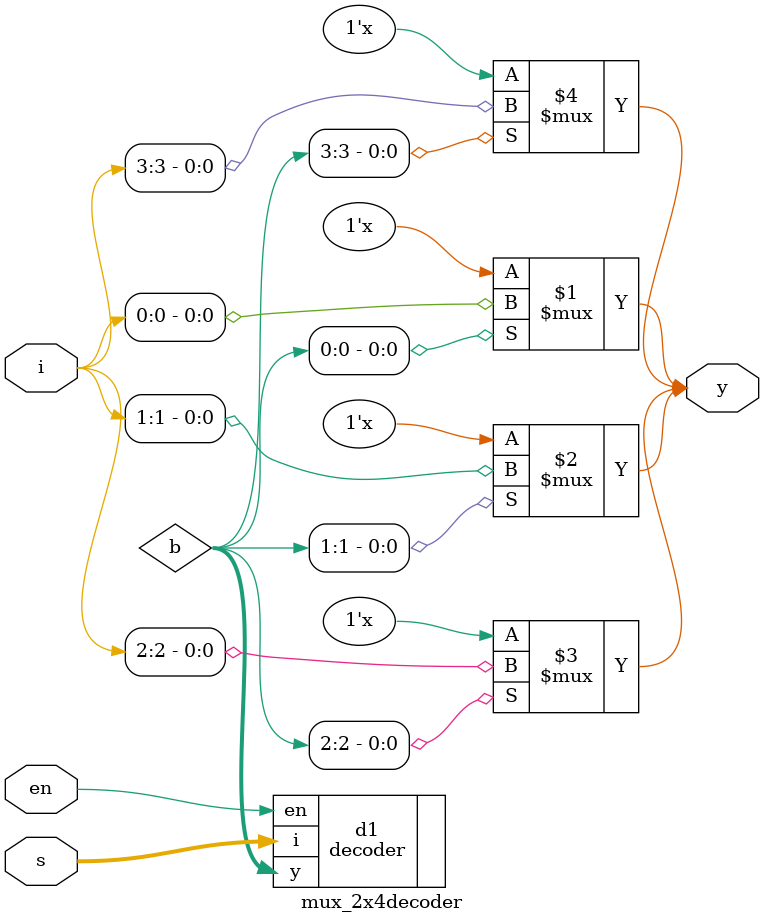
<source format=v>
module mux_2x4decoder(i,s,en,y);
    input wire [3:0] i;
    input wire [1:0] s;
    input wire  en;
    output wire y;
    wire [3:0]b;
	
decoder d1(.i(s),.en(en),.y(b));
   
     bufif1 buf1(y,i[0],b[0]);
	 bufif1 buf2(y,i[1],b[1]);
	 bufif1 buf3(y,i[2],b[2]);
	 bufif1 buf4(y,i[3],b[3]);
endmodule
</source>
